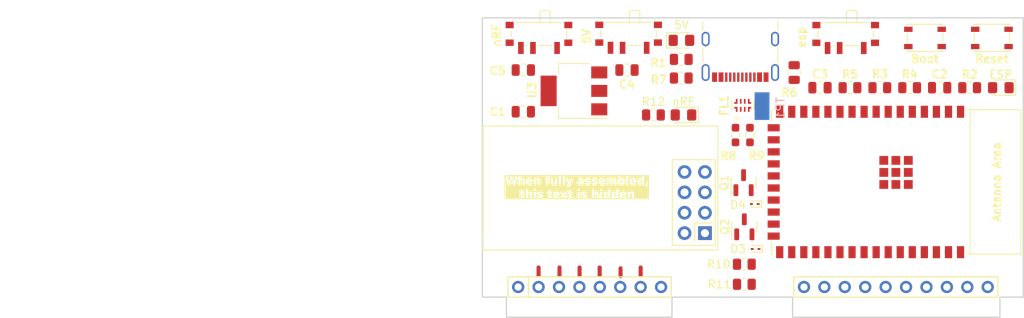
<source format=kicad_pcb>
(kicad_pcb (version 20221018) (generator pcbnew)
  (title_block (title "Bald Flip-Fi24") (rev "1") (company "baldengineer.com"))
  (layers (0 "F.Cu" signal) (1 "In1.Cu" signal) (2 "In2.Cu" signal) (31 "B.Cu" signal) (34 "B.Paste" user) (35 "F.Paste" user) (36 "B.SilkS" user "B.Silkscreen") (37 "F.SilkS" user "F.Silkscreen") (38 "B.Mask" user) (39 "F.Mask" user) (44 "Edge.Cuts" user))
  (net 0 "")
  (net 1 "+5V")
  (net 2 "GND")
  (net 3 "+3V3")
  (net 4 "Net-(D1-A)")
  (net 5 "Net-(D2-A)")
  (net 6 "/Flip_5V")
  (net 7 "/A7")
  (net 8 "/A6")
  (net 9 "/A4")
  (net 10 "/B3")
  (net 11 "/B2")
  (net 12 "/C3")
  (net 13 "/SWC")
  (net 14 "/SIO")
  (net 15 "/En_ESP")
  (net 16 "/ESP_EN")
  (net 17 "/C1")
  (net 18 "/C0")
  (net 19 "/1W")
  (net 20 "/Flip_3v3")
  (net 30 "/FLP_GPIO_0")
  (net 31 "/MOSI")
  (net 32 "/MISO")
  (net 33 "/SCK")
  (net 39 "Net-(J2-CC1)")
  (net 40 "Net-(U1-USB_D+{slash}ADC2_CH9{slash}GPIO20)")
  (net 53 "/CS")
  (net 54 "Net-(FL1-ID)")
  (net 57 "Net-(U1-USB_D-{slash}ADC2_CH8{slash}GPIO19)")
  (net 58 "Net-(J2-CC2)")
  (net 59 "/GPIO_0")
  (net 60 "/usb_d+")
  (net 61 "/usb_d-")
  (net 65 "/Flip_TX")
  (net 66 "/Flip_RX")
  (net 67 "/VBUS")
  (net 68 "/esp_d-")
  (net 69 "/esp_d+")
  (net 72 "/esp_VCC")
  (net 73 "/nRF_VCC")
  (net 74 "Net-(Q1-G)")
  (net 75 "Net-(Q2-G)")
  (net 76 "Net-(D5-A)")
  (net 77 "/EN_24")
  (footprint "Package_TO_SOT_SMD:SOT-23" (layer "F.Cu") (at 148.7 113.5375 90)
    (fp_text reference "Q1" (at 0 -2.4 90) (layer "F.SilkS"))
    (fp_text value "DMN2058U")
    (fp_line (start 0 -1.56) (end -1.675 -1.56) (stroke (width 0.12)) (layer "F.SilkS"))
    (fp_line (start 0 -1.56) (end 0.65 -1.56) (stroke (width 0.12)) (layer "F.SilkS"))
    (fp_line (start 0 1.56) (end -0.65 1.56) (stroke (width 0.12)) (layer "F.SilkS"))
    (fp_line (start 0 1.56) (end 0.65 1.56) (stroke (width 0.12)) (layer "F.SilkS"))
    (pad "1" smd roundrect (at -0.9375 -0.95 90) (size 1.475 0.6) (layers "F.Cu" "F.Paste" "F.Mask") (net 74 "Net-(Q1-G)"))
    (pad "2" smd roundrect (at -0.9375 0.95 90) (size 1.475 0.6) (layers "F.Cu" "F.Paste" "F.Mask") (net 30 "/FLP_GPIO_0"))
    (pad "3" smd roundrect (at 0.9375 0 90) (size 1.475 0.6) (layers "F.Cu" "F.Paste" "F.Mask") (net 15 "/En_ESP"))
  )
  (footprint "ECMF02_4CMX8:FIL_ECMF02-4CMX8" (layer "F.Cu") (at 148.5975 103.9 90)
    (fp_text reference "FL1" (at 0 -2.2975 90) (layer "F.SilkS") (effects (font (thickness 0.2))))
    (fp_text value "ECMF02-4CMX8")
    (fp_line (start -0.6 -1.37) (end 0.6 -1.37) (stroke (width 0.127)) (layer "F.SilkS"))
    (fp_line (start 0.6 1.37) (end -0.6 1.37) (stroke (width 0.127)) (layer "F.SilkS"))
    (fp_circle (center -1.55 -0.75) (end -1.45 -0.75) (stroke (width 0.2)) (fill none) (layer "F.SilkS"))
    (pad "1" smd custom (at -0.5 -0.75 90) (size 0.1 0.1) (layers "F.Cu") (net 67 "/VBUS") (options (clearance outline) (anchor rect)) (primitives (gr_poly (pts (xy -0.3 0.1) (xy 0.3 0.1) (xy 0.3 -0.3) (xy 0.1 -0.3) (xy 0.1 -0.1) (xy -0.3 -0.1)) (width 0.01) (fill yes))))
    (pad "2" smd rect (at -0.5 -0.25 90) (size 0.6 0.2) (layers "F.Cu" "F.Paste" "F.Mask") (net 69 "/esp_d+"))
    (pad "3" smd rect (at -0.5 0.25 90) (size 0.6 0.2) (layers "F.Cu" "F.Paste" "F.Mask") (net 68 "/esp_d-"))
    (pad "4" smd custom (at -0.5 0.75 90) (size 0.1 0.1) (layers "F.Cu") (net 54 "Net-(FL1-ID)") (options (clearance outline) (anchor rect)) (primitives (gr_poly (pts (xy -0.3 -0.1) (xy 0.3 -0.1) (xy 0.3 0.3) (xy 0.1 0.3) (xy 0.1 0.1) (xy -0.3 0.1)) (width 0.01) (fill yes))))
    (pad "5" smd custom (at 0.5 0.75 90) (size 0.1 0.1) (layers "F.Cu") (net 2 "GND") (options (clearance outline) (anchor rect)) (primitives (gr_poly (pts (xy -0.3 -0.1) (xy -0.3 0.3) (xy -0.1 0.3) (xy -0.1 0.1) (xy 0.3 0.1) (xy 0.3 -0.1)) (width 0.01) (fill yes))))
    (pad "6" smd rect (at 0.5 0.25 90) (size 0.6 0.2) (layers "F.Cu" "F.Paste" "F.Mask") (net 61 "/usb_d-"))
    (pad "7" smd rect (at 0.5 -0.25 90) (size 0.6 0.2) (layers "F.Cu" "F.Paste" "F.Mask") (net 60 "/usb_d+"))
    (pad "8" smd custom (at 0.5 -0.75 90) (size 0.1 0.1) (layers "F.Cu") (net 2 "GND") (options (clearance outline) (anchor rect)) (primitives (gr_poly (pts (xy -0.3 -0.3) (xy -0.3 0.1) (xy 0.3 0.1) (xy 0.3 -0.1) (xy -0.1 -0.1) (xy -0.1 -0.3)) (width 0.01) (fill yes))))
  )
  (footprint "My Libraries:FlipperZero" (layer "F.Cu") (at 147.33 126.54)
    (fp_text reference "J1" hide)
    (fp_text value "Flipper Header")
    (fp_line (start -27.94 -1.27) (end -27.94 1.27) (stroke (width 0.15)) (layer "F.SilkS"))
    (fp_line (start -27.94 1.27) (end -7.62 1.27) (stroke (width 0.15)) (layer "F.SilkS"))
    (fp_line (start -25.4 1.27) (end -25.4 -1.27) (stroke (width 0.15)) (layer "F.SilkS"))
    (fp_line (start -7.62 -1.27) (end -27.94 -1.27) (stroke (width 0.15)) (layer "F.SilkS"))
    (fp_line (start -7.62 1.27) (end -7.62 -1.27) (stroke (width 0.15)) (layer "F.SilkS"))
    (fp_line (start 7.62 -1.27) (end 7.62 1.27) (stroke (width 0.15)) (layer "F.SilkS"))
    (fp_line (start 7.62 1.27) (end 33.02 1.27) (stroke (width 0.15)) (layer "F.SilkS"))
    (fp_line (start 33.02 -1.27) (end 7.62 -1.27) (stroke (width 0.15)) (layer "F.SilkS"))
    (fp_line (start 33.02 1.27) (end 33.02 -1.27) (stroke (width 0.15)) (layer "F.SilkS"))
    (pad "1" thru_hole circle (at -26.67 0 270) (size 1.524 1.524) (drill 0.9) (layers "*.Cu" "*.Mask") (net 6 "/Flip_5V"))
    (pad "2" thru_hole circle (at -24.13 0 270) (size 1.524 1.524) (drill 0.9) (layers "*.Cu" "*.Mask") (net 7 "/A7"))
    (pad "3" thru_hole circle (at -21.59 0 270) (size 1.524 1.524) (drill 0.9) (layers "*.Cu" "*.Mask") (net 8 "/A6"))
    (pad "4" thru_hole circle (at -19.05 0 270) (size 1.524 1.524) (drill 0.9) (layers "*.Cu" "*.Mask") (net 9 "/A4"))
    (pad "5" thru_hole circle (at -16.51 0 270) (size 1.524 1.524) (drill 0.9) (layers "*.Cu" "*.Mask") (net 10 "/B3"))
    (pad "6" thru_hole circle (at -13.97 0 270) (size 1.524 1.524) (drill 0.9) (layers "*.Cu" "*.Mask") (net 11 "/B2"))
    (pad "7" thru_hole circle (at -11.43 0 270) (size 1.524 1.524) (drill 0.9) (layers "*.Cu" "*.Mask") (net 12 "/C3"))
    (pad "8" thru_hole circle (at -8.89 0 270) (size 1.524 1.524) (drill 0.9) (layers "*.Cu" "*.Mask") (net 2 "GND"))
    (pad "9" thru_hole circle (at 8.89 0 270) (size 1.524 1.524) (drill 0.9) (layers "*.Cu" "*.Mask") (net 20 "/Flip_3v3"))
    (pad "10" thru_hole circle (at 11.43 0 270) (size 1.524 1.524) (drill 0.9) (layers "*.Cu" "*.Mask") (net 13 "/SWC"))
    (pad "11" thru_hole circle (at 13.97 0 270) (size 1.524 1.524) (drill 0.9) (layers "*.Cu" "*.Mask") (net 2 "GND"))
    (pad "12" thru_hole circle (at 16.51 0 270) (size 1.524 1.524) (drill 0.9) (layers "*.Cu" "*.Mask") (net 14 "/SIO"))
    (pad "13" thru_hole circle (at 19.05 0 270) (size 1.524 1.524) (drill 0.9) (layers "*.Cu" "*.Mask") (net 65 "/Flip_TX"))
    (pad "14" thru_hole circle (at 21.59 0 270) (size 1.524 1.524) (drill 0.9) (layers "*.Cu" "*.Mask") (net 66 "/Flip_RX"))
    (pad "15" thru_hole circle (at 24.13 0 270) (size 1.524 1.524) (drill 0.9) (layers "*.Cu" "*.Mask") (net 17 "/C1"))
    (pad "16" thru_hole circle (at 26.67 0 270) (size 1.524 1.524) (drill 0.9) (layers "*.Cu" "*.Mask") (net 18 "/C0"))
    (pad "17" thru_hole circle (at 29.21 0 270) (size 1.524 1.524) (drill 0.9) (layers "*.Cu" "*.Mask") (net 19 "/1W"))
    (pad "18" thru_hole circle (at 31.75 0 270) (size 1.524 1.524) (drill 0.9) (layers "*.Cu" "*.Mask") (net 2 "GND"))
  )
  (footprint "NetTie:NetTie-2_SMD_Pad0.5mm" (layer "F.Cu") (at 135.9 124.6 -90)
    (fp_text reference "NT2" hide)
    (fp_text value "NetTie_2" hide)
    (fp_poly (pts (xy -0.5 -0.25) (xy 0.5 -0.25) (xy 0.5 0.25) (xy -0.5 0.25)) (fill solid) (layer "F.Cu"))
    (pad "1" smd circle (at -0.5 0 270) (size 0.5 0.5) (layers "F.Cu") (net 16 "/ESP_EN"))
    (pad "2" smd circle (at 0.5 0 270) (size 0.5 0.5) (layers "F.Cu") (net 12 "/C3"))
  )
  (footprint "LED_SMD:LED_0805_2012Metric_Pad1.15x1.40mm_HandSolder" (layer "F.Cu") (at 141.225 105.1 180)
    (fp_text reference "D5" hide)
    (fp_text value "nRF" (at 0 1.65) (layer "F.SilkS"))
    (fp_line (start -1.86 -0.96) (end -1.86 0.96) (stroke (width 0.12)) (layer "F.SilkS"))
    (fp_line (start -1.86 0.96) (end 1 0.96) (stroke (width 0.12)) (layer "F.SilkS"))
    (fp_line (start 1 -0.96) (end -1.86 -0.96) (stroke (width 0.12)) (layer "F.SilkS"))
    (pad "1" smd roundrect (at -1.025 0 180) (size 1.15 1.4) (layers "F.Cu" "F.Paste" "F.Mask") (roundrect_rratio 0.217391) (net 2 "GND"))
    (pad "2" smd roundrect (at 1.025 0 180) (size 1.15 1.4) (layers "F.Cu" "F.Paste" "F.Mask") (roundrect_rratio 0.217391) (net 76 "Net-(D5-A)"))
  )
  (footprint "NetTie:NetTie-2_SMD_Pad0.5mm" (layer "F.Cu") (at 125.8 124.6 -90)
    (fp_text reference "NT4" hide)
    (fp_text value "NetTie_2" hide)
    (fp_poly (pts (xy -0.5 -0.25) (xy 0.5 -0.25) (xy 0.5 0.25) (xy -0.5 0.25)) (fill solid) (layer "F.Cu"))
    (pad "1" smd circle (at -0.5 0 270) (size 0.5 0.5) (layers "F.Cu") (net 32 "/MISO"))
    (pad "2" smd circle (at 0.5 0 270) (size 0.5 0.5) (layers "F.Cu") (net 8 "/A6"))
  )
  (footprint "Button_Switch_SMD:SW_SPDT_PCM12" (layer "F.Cu") (at 161.41 95.33 180)
    (fp_text reference "SW5" hide)
    (fp_text value "esp" (at 5.51 -0.07 90) (layer "F.SilkS") (effects (font (thickness 0.2))))
    (fp_line (start -3.45 -0.07) (end -3.45 0.72) (stroke (width 0.12)) (layer "F.SilkS"))
    (fp_line (start -2.85 1.73) (end 2.85 1.73) (stroke (width 0.12)) (layer "F.SilkS"))
    (fp_line (start -1.6 -1.12) (end 0.1 -1.12) (stroke (width 0.12)) (layer "F.SilkS"))
    (fp_line (start -1.4 1.73) (end -1.4 3.02) (stroke (width 0.12)) (layer "F.SilkS"))
    (fp_line (start -1.4 3.02) (end -1.2 3.23) (stroke (width 0.12)) (layer "F.SilkS"))
    (fp_line (start -1.2 3.23) (end -0.3 3.23) (stroke (width 0.12)) (layer "F.SilkS"))
    (fp_line (start -0.1 3.02) (end -0.3 3.23) (stroke (width 0.12)) (layer "F.SilkS"))
    (fp_line (start -0.1 3.02) (end -0.1 1.73) (stroke (width 0.12)) (layer "F.SilkS"))
    (fp_line (start 1.4 -1.12) (end 1.6 -1.12) (stroke (width 0.12)) (layer "F.SilkS"))
    (fp_line (start 3.45 0.72) (end 3.45 -0.07) (stroke (width 0.12)) (layer "F.SilkS"))
    (pad "" smd rect (at -3.65 -0.78 180) (size 1 0.8) (layers "F.Cu" "F.Paste" "F.Mask"))
    (pad "" smd rect (at -3.65 1.43 180) (size 1 0.8) (layers "F.Cu" "F.Paste" "F.Mask"))
    (pad "" np_thru_hole circle (at -1.5 0.33 180) (size 0.9 0.9) (drill 0.9) (layers "*.Cu" "*.Mask"))
    (pad "" np_thru_hole circle (at 1.5 0.33 180) (size 0.9 0.9) (drill 0.9) (layers "*.Cu" "*.Mask"))
    (pad "" smd rect (at 3.65 -0.78 180) (size 1 0.8) (layers "F.Cu" "F.Paste" "F.Mask"))
    (pad "" smd rect (at 3.65 1.43 180) (size 1 0.8) (layers "F.Cu" "F.Paste" "F.Mask"))
    (pad "1" smd rect (at -2.25 -1.43 180) (size 0.7 1.5) (layers "F.Cu" "F.Paste" "F.Mask") (net 3 "+3V3"))
    (pad "2" smd rect (at 0.75 -1.43 180) (size 0.7 1.5) (layers "F.Cu" "F.Paste" "F.Mask") (net 72 "/esp_VCC"))
    (pad "3" smd rect (at 2.25 -1.43 180) (size 0.7 1.5) (layers "F.Cu" "F.Paste" "F.Mask"))
  )
  (footprint "NetTie:NetTie-2_SMD_Pad0.5mm" (layer "F.Cu") (at 123.2 124.6 -90)
    (fp_text reference "NT3" hide)
    (fp_text value "NetTie_2" hide)
    (fp_poly (pts (xy -0.5 -0.25) (xy 0.5 -0.25) (xy 0.5 0.25) (xy -0.5 0.25)) (fill solid) (layer "F.Cu"))
    (pad "1" smd circle (at -0.5 0 270) (size 0.5 0.5) (layers "F.Cu") (net 31 "/MOSI"))
    (pad "2" smd circle (at 0.5 0 270) (size 0.5 0.5) (layers "F.Cu") (net 7 "/A7"))
  )
  (footprint "Resistor_SMD:R_0805_2012Metric" (layer "F.Cu") (at 176.831666 101.7)
    (fp_text reference "R2" (at 0 -1.65) (layer "F.SilkS") (effects (font (thickness 0.2))))
    (fp_text value "4k7")
    (fp_line (start -0.227064 -0.735) (end 0.227064 -0.735) (stroke (width 0.12)) (layer "F.SilkS"))
    (fp_line (start -0.227064 0.735) (end 0.227064 0.735) (stroke (width 0.12)) (layer "F.SilkS"))
    (pad "1" smd roundrect (at -0.9125 0) (size 1.025 1.4) (layers "F.Cu" "F.Paste" "F.Mask") (roundrect_rratio 0.243902439) (net 72 "/esp_VCC"))
    (pad "2" smd roundrect (at 0.9125 0) (size 1.025 1.4) (layers "F.Cu" "F.Paste" "F.Mask") (roundrect_rratio 0.243902439) (net 5 "Net-(D2-A)"))
  )
  (footprint "Capacitor_SMD:C_0805_2012Metric" (layer "F.Cu") (at 121.3 104.7 180)
    (fp_text reference "C1" (at 3.2 0) (layer "F.SilkS") (effects (font (thickness 0.2))))
    (fp_text value "10u")
    (fp_line (start -0.261252 -0.735) (end 0.261252 -0.735) (stroke (width 0.12)) (layer "F.SilkS"))
    (fp_line (start -0.261252 0.735) (end 0.261252 0.735) (stroke (width 0.12)) (layer "F.SilkS"))
    (pad "1" smd roundrect (at -0.95 0 180) (size 1 1.45) (layers "F.Cu" "F.Paste" "F.Mask") (net 3 "+3V3"))
    (pad "2" smd roundrect (at 0.95 0 180) (size 1 1.45) (layers "F.Cu" "F.Paste" "F.Mask") (net 2 "GND"))
  )
  (footprint "LED_SMD:LED_0805_2012Metric_Pad1.15x1.40mm_HandSolder" (layer "F.Cu") (at 140.975 95.8)
    (fp_text reference "D1" hide)
    (fp_text value "5V" (at 0 -1.9) (layer "F.SilkS"))
    (fp_line (start -1.86 -0.96) (end -1.86 0.96) (stroke (width 0.12)) (layer "F.SilkS"))
    (fp_line (start -1.86 0.96) (end 1 0.96) (stroke (width 0.12)) (layer "F.SilkS"))
    (fp_line (start 1 -0.96) (end -1.86 -0.96) (stroke (width 0.12)) (layer "F.SilkS"))
    (pad "1" smd roundrect (at -1.025 0) (size 1.15 1.4) (layers "F.Cu" "F.Paste" "F.Mask") (roundrect_rratio 0.217391) (net 2 "GND"))
    (pad "2" smd roundrect (at 1.025 0) (size 1.15 1.4) (layers "F.Cu" "F.Paste" "F.Mask") (roundrect_rratio 0.217391) (net 4 "Net-(D1-A)"))
  )
  (footprint "Resistor_SMD:R_0805_2012Metric" (layer "F.Cu") (at 140.9525 98.1725 180)
    (fp_text reference "R1" (at 2.8525 -0.4275) (layer "F.SilkS") (effects (font (thickness 0.2))))
    (fp_text value "4k7")
    (fp_line (start -0.227064 -0.735) (end 0.227064 -0.735) (stroke (width 0.12)) (layer "F.SilkS"))
    (fp_line (start -0.227064 0.735) (end 0.227064 0.735) (stroke (width 0.12)) (layer "F.SilkS"))
    (pad "1" smd roundrect (at -0.9125 0 180) (size 1.025 1.4) (layers "F.Cu" "F.Paste" "F.Mask") (roundrect_rratio 0.243902439) (net 1 "+5V"))
    (pad "2" smd roundrect (at 0.9125 0 180) (size 1.025 1.4) (layers "F.Cu" "F.Paste" "F.Mask") (roundrect_rratio 0.243902439) (net 4 "Net-(D1-A)"))
  )
  (footprint "Resistor_SMD:R_0805_2012Metric" (layer "F.Cu") (at 155 99.8125 90)
    (fp_text reference "R6" (at -2.4875 -0.6 180) (layer "F.SilkS") (effects (font (thickness 0.2))))
    (fp_text value "5k1")
    (fp_line (start -0.227064 -0.735) (end 0.227064 -0.735) (stroke (width 0.12)) (layer "F.SilkS"))
    (fp_line (start -0.227064 0.735) (end 0.227064 0.735) (stroke (width 0.12)) (layer "F.SilkS"))
    (pad "1" smd roundrect (at -0.9125 0 90) (size 1.025 1.4) (layers "F.Cu" "F.Paste" "F.Mask") (roundrect_rratio 0.243902439) (net 39 "Net-(J2-CC1)"))
    (pad "2" smd roundrect (at 0.9125 0 90) (size 1.025 1.4) (layers "F.Cu" "F.Paste" "F.Mask") (roundrect_rratio 0.243902439) (net 2 "GND"))
  )
  (footprint "Resistor_SMD:R_0805_2012Metric" (layer "F.Cu") (at 140.9525 100.5 180)
    (fp_text reference "R7" (at 2.8 -0.2) (layer "F.SilkS") (effects (font (thickness 0.2))))
    (fp_text value "5k1")
    (fp_line (start -0.227064 -0.735) (end 0.227064 -0.735) (stroke (width 0.12)) (layer "F.SilkS"))
    (fp_line (start -0.227064 0.735) (end 0.227064 0.735) (stroke (width 0.12)) (layer "F.SilkS"))
    (pad "1" smd roundrect (at -0.9125 0 180) (size 1.025 1.4) (layers "F.Cu" "F.Paste" "F.Mask") (roundrect_rratio 0.243902439) (net 58 "Net-(J2-CC2)"))
    (pad "2" smd roundrect (at 0.9125 0 180) (size 1.025 1.4) (layers "F.Cu" "F.Paste" "F.Mask") (roundrect_rratio 0.243902439) (net 2 "GND"))
  )
  (footprint "NetTie:NetTie-2_SMD_Pad0.5mm" (layer "F.Cu") (at 133.4 124.7 -90)
    (fp_text reference "NT1" hide)
    (fp_text value "NetTie_2" hide)
    (fp_poly (pts (xy -0.5 -0.25) (xy 0.5 -0.25) (xy 0.5 0.25) (xy -0.5 0.25)) (fill solid) (layer "F.Cu"))
    (pad "1" smd circle (at -0.5 0 270) (size 0.5 0.5) (layers "F.Cu") (net 30 "/FLP_GPIO_0"))
    (pad "2" smd circle (at 0.5 0 270) (size 0.5 0.5) (layers "F.Cu") (net 11 "/B2"))
  )
  (footprint "Resistor_SMD:R_0805_2012Metric" (layer "F.Cu") (at 148.8 123.7)
    (fp_text reference "R10" (at -3.2 0) (layer "F.SilkS"))
    (fp_text value "150")
    (fp_line (start -0.227064 -0.735) (end 0.227064 -0.735) (stroke (width 0.12)) (layer "F.SilkS"))
    (fp_line (start -0.227064 0.735) (end 0.227064 0.735) (stroke (width 0.12)) (layer "F.SilkS"))
    (pad "1" smd roundrect (at -0.9125 0) (size 1.025 1.4) (layers "F.Cu" "F.Paste" "F.Mask") (roundrect_rratio 0.243902) (net 74 "Net-(Q1-G)"))
    (pad "2" smd roundrect (at 0.9125 0) (size 1.025 1.4) (layers "F.Cu" "F.Paste" "F.Mask") (roundrect_rratio 0.243902) (net 16 "/ESP_EN"))
  )
  (footprint "Button_Switch_SMD:SW_SPST_PTS810" (layer "F.Cu") (at 179.6 95.5)
    (fp_text reference "SW4" hide)
    (fp_text value "Reset" (at 0 2.6) (layer "F.SilkS") (effects (font (thickness 0.2))))
    (fp_line (start -2.2 -1.7) (end -2.2 -1.58) (stroke (width 0.12)) (layer "F.SilkS"))
    (fp_line (start -2.2 -0.57) (end -2.2 0.57) (stroke (width 0.12)) (layer "F.SilkS"))
    (fp_line (start -2.2 1.58) (end -2.2 1.7) (stroke (width 0.12)) (layer "F.SilkS"))
    (fp_line (start -2.2 1.7) (end 2.2 1.7) (stroke (width 0.12)) (layer "F.SilkS"))
    (fp_line (start 2.2 -1.7) (end -2.2 -1.7) (stroke (width 0.12)) (layer "F.SilkS"))
    (fp_line (start 2.2 -1.58) (end 2.2 -1.7) (stroke (width 0.12)) (layer "F.SilkS"))
    (fp_line (start 2.2 0.57) (end 2.2 -0.57) (stroke (width 0.12)) (layer "F.SilkS"))
    (fp_line (start 2.2 1.7) (end 2.2 1.58) (stroke (width 0.12)) (layer "F.SilkS"))
    (pad "1" smd rect (at -2.075 -1.075) (size 1.05 0.65) (layers "F.Cu" "F.Paste" "F.Mask") (net 15 "/En_ESP"))
    (pad "1" smd rect (at 2.075 -1.075) (size 1.05 0.65) (layers "F.Cu" "F.Paste" "F.Mask") (net 15 "/En_ESP"))
    (pad "2" smd rect (at -2.075 1.075) (size 1.05 0.65) (layers "F.Cu" "F.Paste" "F.Mask") (net 2 "GND"))
    (pad "2" smd rect (at 2.075 1.075) (size 1.05 0.65) (layers "F.Cu" "F.Paste" "F.Mask") (net 2 "GND"))
  )
  (footprint "Resistor_SMD:R_0805_2012Metric" (layer "F.Cu") (at 137.4875 105.1)
    (fp_text reference "R12" (at 0 -1.65) (layer "F.SilkS"))
    (fp_text value "4k7")
    (fp_line (start -0.227064 -0.735) (end 0.227064 -0.735) (stroke (width 0.12)) (layer "F.SilkS"))
    (fp_line (start -0.227064 0.735) (end 0.227064 0.735) (stroke (width 0.12)) (layer "F.SilkS"))
    (pad "1" smd roundrect (at -0.9125 0) (size 1.025 1.4) (layers "F.Cu" "F.Paste" "F.Mask") (roundrect_rratio 0.243902) (net 73 "/nRF_VCC"))
    (pad "2" smd roundrect (at 0.9125 0) (size 1.025 1.4) (layers "F.Cu" "F.Paste" "F.Mask") (roundrect_rratio 0.243902) (net 76 "Net-(D5-A)"))
  )
  (footprint "Resistor_SMD:R_0805_2012Metric" (layer "F.Cu") (at 148.8 126.2)
    (fp_text reference "R11" (at -3.1 0) (layer "F.SilkS"))
    (fp_text value "150")
    (fp_line (start -0.227064 -0.735) (end 0.227064 -0.735) (stroke (width 0.12)) (layer "F.SilkS"))
    (fp_line (start -0.227064 0.735) (end 0.227064 0.735) (stroke (width 0.12)) (layer "F.SilkS"))
    (pad "1" smd roundrect (at -0.9125 0) (size 1.025 1.4) (layers "F.Cu" "F.Paste" "F.Mask") (roundrect_rratio 0.243902) (net 75 "Net-(Q2-G)"))
    (pad "2" smd roundrect (at 0.9125 0) (size 1.025 1.4) (layers "F.Cu" "F.Paste" "F.Mask") (roundrect_rratio 0.243902) (net 30 "/FLP_GPIO_0"))
  )
  (footprint "Package_TO_SOT_SMD:SOT-23" (layer "F.Cu") (at 148.8 119.0375 90)
    (fp_text reference "Q2" (at 0 -2.4 90) (layer "F.SilkS"))
    (fp_text value "DMN2058U")
    (fp_line (start 0 -1.56) (end -1.675 -1.56) (stroke (width 0.12)) (layer "F.SilkS"))
    (fp_line (start 0 -1.56) (end 0.65 -1.56) (stroke (width 0.12)) (layer "F.SilkS"))
    (fp_line (start 0 1.56) (end -0.65 1.56) (stroke (width 0.12)) (layer "F.SilkS"))
    (fp_line (start 0 1.56) (end 0.65 1.56) (stroke (width 0.12)) (layer "F.SilkS"))
    (pad "1" smd roundrect (at -0.9375 -0.95 90) (size 1.475 0.6) (layers "F.Cu" "F.Paste" "F.Mask") (net 75 "Net-(Q2-G)"))
    (pad "2" smd roundrect (at -0.9375 0.95 90) (size 1.475 0.6) (layers "F.Cu" "F.Paste" "F.Mask") (net 16 "/ESP_EN"))
    (pad "3" smd roundrect (at 0.9375 0 90) (size 1.475 0.6) (layers "F.Cu" "F.Paste" "F.Mask") (net 59 "/GPIO_0"))
  )
  (footprint "NetTie:NetTie-2_SMD_Pad0.5mm" (layer "F.Cu") (at 130.8 124.6 -90)
    (fp_text reference "NT6" hide)
    (fp_text value "NetTie_2" hide)
    (fp_poly (pts (xy -0.5 -0.25) (xy 0.5 -0.25) (xy 0.5 0.25) (xy -0.5 0.25)) (fill solid) (layer "F.Cu"))
    (pad "1" smd circle (at -0.5 0 270) (size 0.5 0.5) (layers "F.Cu") (net 53 "/CS"))
    (pad "2" smd circle (at 0.5 0 270) (size 0.5 0.5) (layers "F.Cu") (net 10 "/B3"))
  )
  (footprint "Capacitor_SMD:C_0805_2012Metric" (layer "F.Cu") (at 158.213336 101.7 180)
    (fp_text reference "C3" (at 0.013336 1.7) (layer "F.SilkS") (effects (font (thickness 0.2))))
    (fp_text value "1u")
    (fp_line (start -0.261252 -0.735) (end 0.261252 -0.735) (stroke (width 0.12)) (layer "F.SilkS"))
    (fp_line (start -0.261252 0.735) (end 0.261252 0.735) (stroke (width 0.12)) (layer "F.SilkS"))
    (pad "1" smd roundrect (at -0.95 0 180) (size 1 1.45) (layers "F.Cu" "F.Paste" "F.Mask") (net 15 "/En_ESP"))
    (pad "2" smd roundrect (at 0.95 0 180) (size 1 1.45) (layers "F.Cu" "F.Paste" "F.Mask") (net 2 "GND"))
  )
  (footprint "Capacitor_SMD:C_0805_2012Metric" (layer "F.Cu") (at 134.2 99.5)
    (fp_text reference "C4" (at 0 1.8) (layer "F.SilkS") (effects (font (thickness 0.2))))
    (fp_text value "10u")
    (fp_line (start -0.261252 -0.735) (end 0.261252 -0.735) (stroke (width 0.12)) (layer "F.SilkS"))
    (fp_line (start -0.261252 0.735) (end 0.261252 0.735) (stroke (width 0.12)) (layer "F.SilkS"))
    (pad "1" smd roundrect (at -0.95 0) (size 1 1.45) (layers "F.Cu" "F.Paste" "F.Mask") (net 1 "+5V"))
    (pad "2" smd roundrect (at 0.95 0) (size 1 1.45) (layers "F.Cu" "F.Paste" "F.Mask") (net 2 "GND"))
  )
  (footprint "LED_SMD:LED_0805_2012Metric_Pad1.15x1.40mm_HandSolder" (layer "F.Cu") (at 180.713336 101.7 180)
    (fp_text reference "D2" hide)
    (fp_text value "ESP" (at 0 1.65 180) (layer "F.SilkS"))
    (fp_line (start -1.86 -0.96) (end -1.86 0.96) (stroke (width 0.12)) (layer "F.SilkS"))
    (fp_line (start -1.86 0.96) (end 1 0.96) (stroke (width 0.12)) (layer "F.SilkS"))
    (fp_line (start 1 -0.96) (end -1.86 -0.96) (stroke (width 0.12)) (layer "F.SilkS"))
    (pad "1" smd roundrect (at -1.025 0 180) (size 1.15 1.4) (layers "F.Cu" "F.Paste" "F.Mask") (roundrect_rratio 0.217391) (net 2 "GND"))
    (pad "2" smd roundrect (at 1.025 0 180) (size 1.15 1.4) (layers "F.Cu" "F.Paste" "F.Mask") (roundrect_rratio 0.217391) (net 5 "Net-(D2-A)"))
  )
  (footprint "Connector_USB:USB_C_Receptacle_GCT_USB4105-xx-A_16P_TopMnt_Horizontal" (layer "F.Cu") (at 148.3 96.71 180)
    (fp_text reference "J2" hide)
    (fp_text value "USB4105-GF-A")
    (fp_line (start -4.67 0) (end -4.67 -1.8) (stroke (width 0.12)) (layer "F.SilkS"))
    (fp_line (start -4.67 2.1) (end -4.67 3.25) (stroke (width 0.12)) (layer "F.SilkS"))
    (fp_line (start 4.67 0) (end 4.67 -1.8) (stroke (width 0.12)) (layer "F.SilkS"))
    (fp_line (start 4.67 2.1) (end 4.67 3.25) (stroke (width 0.12)) (layer "F.SilkS"))
    (pad "" np_thru_hole circle (at -2.89 -2.605 180) (size 0.65 0.65) (drill 0.65) (layers "F&B.Cu" "*.Mask"))
    (pad "" np_thru_hole circle (at 2.89 -2.605 180) (size 0.65 0.65) (drill 0.65) (layers "F&B.Cu" "*.Mask"))
    (pad "A1" smd rect (at -3.2 -3.68 180) (size 0.6 1.15) (layers "F.Cu" "F.Paste" "F.Mask") (net 2 "GND"))
    (pad "A4" smd rect (at -2.4 -3.68 180) (size 0.6 1.15) (layers "F.Cu" "F.Paste" "F.Mask") (net 67 "/VBUS"))
    (pad "A5" smd rect (at -1.25 -3.68 180) (size 0.3 1.15) (layers "F.Cu" "F.Paste" "F.Mask") (net 39 "Net-(J2-CC1)"))
    (pad "A6" smd rect (at -0.25 -3.68 180) (size 0.3 1.15) (layers "F.Cu" "F.Paste" "F.Mask") (net 60 "/usb_d+"))
    (pad "A7" smd rect (at 0.25 -3.68 180) (size 0.3 1.15) (layers "F.Cu" "F.Paste" "F.Mask") (net 61 "/usb_d-"))
    (pad "A8" smd rect (at 1.25 -3.68 180) (size 0.3 1.15) (layers "F.Cu" "F.Paste" "F.Mask"))
    (pad "A9" smd rect (at 2.4 -3.68 180) (size 0.6 1.15) (layers "F.Cu" "F.Paste" "F.Mask") (net 67 "/VBUS"))
    (pad "A12" smd rect (at 3.2 -3.68 180) (size 0.6 1.15) (layers "F.Cu" "F.Paste" "F.Mask") (net 2 "GND"))
    (pad "B1" smd rect (at 3.2 -3.68 180) (size 0.6 1.15) (layers "F.Cu" "F.Paste" "F.Mask") (net 2 "GND"))
    (pad "B4" smd rect (at 2.4 -3.68 180) (size 0.6 1.15) (layers "F.Cu" "F.Paste" "F.Mask") (net 67 "/VBUS"))
    (pad "B5" smd rect (at 1.75 -3.68 180) (size 0.3 1.15) (layers "F.Cu" "F.Paste" "F.Mask") (net 58 "Net-(J2-CC2)"))
    (pad "B6" smd rect (at 0.75 -3.68 180) (size 0.3 1.15) (layers "F.Cu" "F.Paste" "F.Mask") (net 60 "/usb_d+"))
    (pad "B7" smd rect (at -0.75 -3.68 180) (size 0.3 1.15) (layers "F.Cu" "F.Paste" "F.Mask") (net 61 "/usb_d-"))
    (pad "B8" smd rect (at -1.75 -3.68 180) (size 0.3 1.15) (layers "F.Cu" "F.Paste" "F.Mask"))
    (pad "B9" smd rect (at -2.4 -3.68 180) (size 0.6 1.15) (layers "F.Cu" "F.Paste" "F.Mask") (net 67 "/VBUS"))
    (pad "B12" smd rect (at -3.2 -3.68 180) (size 0.6 1.15) (layers "F.Cu" "F.Paste" "F.Mask") (net 2 "GND"))
    (pad "S1" thru_hole oval (at -4.32 -3.105 180) (size 1 2.1) (drill oval 0.6 1.7) (layers "*.Cu" "*.Mask") (net 2 "GND"))
    (pad "S1" thru_hole oval (at -4.32 1.075 180) (size 1 1.8) (drill oval 0.6 1.4) (layers "*.Cu" "*.Mask") (net 2 "GND"))
    (pad "S1" thru_hole oval (at 4.32 -3.105 180) (size 1 2.1) (drill oval 0.6 1.7) (layers "*.Cu" "*.Mask") (net 2 "GND"))
    (pad "S1" thru_hole oval (at 4.32 1.075 180) (size 1 1.8) (drill oval 0.6 1.4) (layers "*.Cu" "*.Mask") (net 2 "GND"))
  )
  (footprint "Capacitor_SMD:C_0805_2012Metric" (layer "F.Cu") (at 121.3 99.5 180)
    (fp_text reference "C5" (at 3.2 -0.1) (layer "F.SilkS") (effects (font (thickness 0.2))))
    (fp_text value "1u")
    (fp_line (start -0.261252 -0.735) (end 0.261252 -0.735) (stroke (width 0.12)) (layer "F.SilkS"))
    (fp_line (start -0.261252 0.735) (end 0.261252 0.735) (stroke (width 0.12)) (layer "F.SilkS"))
    (pad "1" smd roundrect (at -0.95 0 180) (size 1 1.45) (layers "F.Cu" "F.Paste" "F.Mask") (net 73 "/nRF_VCC"))
    (pad "2" smd roundrect (at 0.95 0 180) (size 1 1.45) (layers "F.Cu" "F.Paste" "F.Mask") (net 2 "GND"))
  )
  (footprint "Diode_SMD:D_SOD-923" (layer "F.Cu") (at 150.2 121.8 180)
    (fp_text reference "D3" (at 2.2 0) (layer "F.SilkS"))
    (fp_text value "ESD3V3D9-TP")
    (fp_line (start -0.86 -0.4) (end -0.86 0.4) (stroke (width 0.12)) (layer "F.SilkS"))
    (fp_line (start 0.5 -0.4) (end -0.86 -0.4) (stroke (width 0.12)) (layer "F.SilkS"))
    (fp_line (start 0.5 0.4) (end -0.86 0.4) (stroke (width 0.12)) (layer "F.SilkS"))
    (pad "1" smd roundrect (at -0.42 0) (size 0.36 0.25) (layers "F.Cu" "F.Paste" "F.Mask") (net 2 "GND"))
    (pad "2" smd roundrect (at 0.42 0) (size 0.36 0.25) (layers "F.Cu" "F.Paste" "F.Mask") (net 16 "/ESP_EN"))
  )
  (footprint "RF_Module:nRF24L01_Breakout" (layer "F.Cu") (at 143.9 119.825 180)
    (fp_text reference "U2" hide)
    (fp_text value "nRF24")
    (fp_line (start -1.6 -2.1) (end -1.6 -2.1) (stroke (width 0.12)) (layer "F.SilkS"))
    (fp_line (start -1.6 -2.1) (end 27.6 -2.1) (stroke (width 0.12)) (layer "F.SilkS"))
    (fp_line (start -1.6 13.35) (end -1.6 -2.1) (stroke (width 0.12)) (layer "F.SilkS"))
    (fp_line (start -1.27 -1.524) (end -1.27 -1.524) (stroke (width 0.12)) (layer "F.SilkS"))
    (fp_line (start -1.27 -1.524) (end 4.064 -1.524) (stroke (width 0.12)) (layer "F.SilkS"))
    (fp_line (start -1.27 9.144) (end -1.27 -1.524) (stroke (width 0.12)) (layer "F.SilkS"))
    (fp_line (start -1.27 9.144) (end -1.27 9.144) (stroke (width 0.12)) (layer "F.SilkS"))
    (fp_line (start -1.016 1.27) (end -1.016 1.27) (stroke (width 0.12)) (layer "F.SilkS"))
    (fp_line (start 1.27 -1.016) (end 1.27 1.27) (stroke (width 0.12)) (layer "F.SilkS"))
    (fp_line (start 1.27 1.27) (end -1.016 1.27) (stroke (width 0.12)) (layer "F.SilkS"))
    (fp_line (start 4.064 -1.524) (end 4.064 9.144) (stroke (width 0.12)) (layer "F.SilkS"))
    (fp_line (start 4.064 9.144) (end -1.27 9.144) (stroke (width 0.12)) (layer "F.SilkS"))
    (fp_line (start 27.6 -2.1) (end 27.6 13.35) (stroke (width 0.12)) (layer "F.SilkS"))
    (fp_line (start 27.6 13.35) (end -1.6 13.35) (stroke (width 0.12)) (layer "F.SilkS"))
    (pad "1" thru_hole rect (at 0 0 180) (size 1.7 1.7) (drill 1) (layers "*.Cu" "*.Mask") (net 2 "GND"))
    (pad "2" thru_hole circle (at 2.54 0 180) (size 1.7 1.7) (drill 1) (layers "*.Cu" "*.Mask") (net 73 "/nRF_VCC"))
    (pad "3" thru_hole circle (at 0 2.54 180) (size 1.7 1.7) (drill 1) (layers "*.Cu" "*.Mask") (net 77 "/EN_24"))
    (pad "4" thru_hole circle (at 2.54 2.54 180) (size 1.7 1.7) (drill 1) (layers "*.Cu" "*.Mask") (net 53 "/CS"))
    (pad "5" thru_hole circle (at 0 5.08 180) (size 1.7 1.7) (drill 1) (layers "*.Cu" "*.Mask") (net 33 "/SCK"))
    (pad "6" thru_hole circle (at 2.54 5.08 180) (size 1.7 1.7) (drill 1) (layers "*.Cu" "*.Mask") (net 31 "/MOSI"))
    (pad "7" thru_hole circle (at 0 7.62 180) (size 1.7 1.7) (drill 1) (layers "*.Cu" "*.Mask") (net 32 "/MISO"))
    (pad "8" thru_hole circle (at 2.54 7.62 180) (size 1.7 1.7) (drill 1) (layers "*.Cu" "*.Mask"))
  )
  (footprint "Espressif:ESP32-S2-WROVER" (layer "F.Cu") (at 164.55 113.45 -90)
    (fp_text reference "U1" hide)
    (fp_text value "ESP32-S2-WROVER")
    (fp_text user "Antenna Area" (at 0 -15.65 90) (layer "F.SilkS") (effects (font (thickness 0.2))))
    (fp_line (start -9 -18.65) (end -9 -11.9) (stroke (width 0.12)) (layer "F.SilkS"))
    (fp_line (start -9 -18.65) (end 9 -18.65) (stroke (width 0.12)) (layer "F.SilkS"))
    (fp_line (start -9 12.35) (end -9 12.1) (stroke (width 0.12)) (layer "F.SilkS"))
    (fp_line (start -9 12.35) (end -7.5 12.35) (stroke (width 0.12)) (layer "F.SilkS"))
    (fp_line (start 9 -18.65) (end 9 -11.9) (stroke (width 0.12)) (layer "F.SilkS"))
    (fp_line (start 9 -12.35) (end -9 -12.35) (stroke (width 0.12)) (layer "F.SilkS"))
    (fp_line (start 9 12.35) (end 7.5 12.35) (stroke (width 0.12)) (layer "F.SilkS"))
    (fp_line (start 9 12.35) (end 9 12.1) (stroke (width 0.12)) (layer "F.SilkS"))
    (pad "1" smd rect locked (at -8.75 -11.15 270) (size 1.5 0.9) (layers "F.Cu" "F.Paste" "F.Mask") (net 2 "GND"))
    (pad "2" smd rect locked (at -8.75 -9.65 270) (size 1.5 0.9) (layers "F.Cu" "F.Paste" "F.Mask") (net 72 "/esp_VCC"))
    (pad "3" smd rect locked (at -8.75 -8.15 270) (size 1.5 0.9) (layers "F.Cu" "F.Paste" "F.Mask") (net 59 "/GPIO_0"))
    (pad "4" smd rect locked (at -8.75 -6.65 270) (size 1.5 0.9) (layers "F.Cu" "F.Paste" "F.Mask"))
    (pad "5" smd rect locked (at -8.75 -5.15 270) (size 1.5 0.9) (layers "F.Cu" "F.Paste" "F.Mask"))
    (pad "6" smd rect locked (at -8.75 -3.65 270) (size 1.5 0.9) (layers "F.Cu" "F.Paste" "F.Mask"))
    (pad "7" smd rect locked (at -8.75 -2.15 270) (size 1.5 0.9) (layers "F.Cu" "F.Paste" "F.Mask"))
    (pad "8" smd rect locked (at -8.75 -0.65 270) (size 1.5 0.9) (layers "F.Cu" "F.Paste" "F.Mask"))
    (pad "9" smd rect locked (at -8.75 0.85 270) (size 1.5 0.9) (layers "F.Cu" "F.Paste" "F.Mask"))
    (pad "10" smd rect locked (at -8.75 2.35 270) (size 1.5 0.9) (layers "F.Cu" "F.Paste" "F.Mask"))
    (pad "11" smd rect locked (at -8.75 3.85 270) (size 1.5 0.9) (layers "F.Cu" "F.Paste" "F.Mask"))
    (pad "12" smd rect locked (at -8.75 5.35 270) (size 1.5 0.9) (layers "F.Cu" "F.Paste" "F.Mask"))
    (pad "13" smd rect locked (at -8.75 6.85 270) (size 1.5 0.9) (layers "F.Cu" "F.Paste" "F.Mask") (net 53 "/CS"))
    (pad "14" smd rect locked (at -8.75 8.35 270) (size 1.5 0.9) (layers "F.Cu" "F.Paste" "F.Mask") (net 31 "/MOSI"))
    (pad "15" smd rect locked (at -8.75 9.85 270) (size 1.5 0.9) (layers "F.Cu" "F.Paste" "F.Mask") (net 33 "/SCK"))
    (pad "16" smd rect locked (at -8.75 11.35 270) (size 1.5 0.9) (layers "F.Cu" "F.Paste" "F.Mask") (net 32 "/MISO"))
    (pad "17" smd rect locked (at -6.75 12.1) (size 1.5 0.9) (layers "F.Cu" "F.Paste" "F.Mask"))
    (pad "18" smd rect locked (at -5.25 12.1) (size 1.5 0.9) (layers "F.Cu" "F.Paste" "F.Mask"))
    (pad "19" smd rect locked (at -3.75 12.1) (size 1.5 0.9) (layers "F.Cu" "F.Paste" "F.Mask"))
    (pad "20" smd rect locked (at -2.25 12.1) (size 1.5 0.9) (layers "F.Cu" "F.Paste" "F.Mask"))
    (pad "21" smd rect locked (at -0.75 12.1) (size 1.5 0.9) (layers "F.Cu" "F.Paste" "F.Mask"))
    (pad "22" smd rect locked (at 0.75 12.1) (size 1.5 0.9) (layers "F.Cu" "F.Paste" "F.Mask") (net 57 "Net-(U1-USB_D-{slash}ADC2_CH8{slash}GPIO19)"))
    (pad "23" smd rect locked (at 2.25 12.1) (size 1.5 0.9) (layers "F.Cu" "F.Paste" "F.Mask") (net 40 "Net-(U1-USB_D+{slash}ADC2_CH9{slash}GPIO20)"))
    (pad "24" smd rect locked (at 3.75 12.1) (size 1.5 0.9) (layers "F.Cu" "F.Paste" "F.Mask"))
    (pad "25" smd rect locked (at 5.25 12.1) (size 1.5 0.9) (layers "F.Cu" "F.Paste" "F.Mask"))
    (pad "26" smd rect locked (at 6.75 12.1) (size 1.5 0.9) (layers "F.Cu" "F.Paste" "F.Mask") (net 2 "GND"))
    (pad "27" smd rect locked (at 8.75 11.35 90) (size 1.5 0.9) (layers "F.Cu" "F.Paste" "F.Mask"))
    (pad "28" smd rect locked (at 8.75 9.85 90) (size 1.5 0.9) (layers "F.Cu" "F.Paste" "F.Mask"))
    (pad "29" smd rect locked (at 8.75 8.35 90) (size 1.5 0.9) (layers "F.Cu" "F.Paste" "F.Mask"))
    (pad "30" smd rect locked (at 8.75 6.85 90) (size 1.5 0.9) (layers "F.Cu" "F.Paste" "F.Mask"))
    (pad "31" smd rect locked (at 8.75 5.35 90) (size 1.5 0.9) (layers "F.Cu" "F.Paste" "F.Mask"))
    (pad "32" smd rect locked (at 8.75 3.85 90) (size 1.5 0.9) (layers "F.Cu" "F.Paste" "F.Mask"))
    (pad "33" smd rect locked (at 8.75 2.35 90) (size 1.5 0.9) (layers "F.Cu" "F.Paste" "F.Mask"))
    (pad "34" smd rect locked (at 8.75 0.85 90) (size 1.5 0.9) (layers "F.Cu" "F.Paste" "F.Mask"))
    (pad "35" smd rect locked (at 8.75 -0.65 90) (size 1.5 0.9) (layers "F.Cu" "F.Paste" "F.Mask"))
    (pad "36" smd rect locked (at 8.75 -2.15 90) (size 1.5 0.9) (layers "F.Cu" "F.Paste" "F.Mask"))
    (pad "37" smd rect locked (at 8.75 -3.65 90) (size 1.5 0.9) (layers "F.Cu" "F.Paste" "F.Mask") (net 66 "/Flip_RX"))
    (pad "38" smd rect locked (at 8.75 -5.15 90) (size 1.5 0.9) (layers "F.Cu" "F.Paste" "F.Mask") (net 65 "/Flip_TX"))
    (pad "39" smd rect locked (at 8.75 -6.65 90) (size 1.5 0.9) (layers "F.Cu" "F.Paste" "F.Mask"))
    (pad "40" smd rect locked (at 8.75 -8.15 90) (size 1.5 0.9) (layers "F.Cu" "F.Paste" "F.Mask"))
    (pad "41" smd rect locked (at 8.75 -9.65 90) (size 1.5 0.9) (layers "F.Cu" "F.Paste" "F.Mask") (net 15 "/En_ESP"))
    (pad "42" smd rect locked (at 8.75 -11.15 90) (size 1.5 0.9) (layers "F.Cu" "F.Paste" "F.Mask") (net 2 "GND"))
    (pad "43" smd rect locked (at -2.69 -4.65 90) (size 1.1 1.1) (layers "F.Cu" "F.Paste" "F.Mask") (net 2 "GND"))
    (pad "43" smd rect locked (at -2.69 -3.1 90) (size 1.1 1.1) (layers "F.Cu" "F.Paste" "F.Mask") (net 2 "GND"))
    (pad "43" smd rect locked (at -2.69 -1.6 90) (size 1.1 1.1) (layers "F.Cu" "F.Paste" "F.Mask") (net 2 "GND"))
    (pad "43" smd rect locked (at -1.19 -4.65 90) (size 1.1 1.1) (layers "F.Cu" "F.Paste" "F.Mask") (net 2 "GND"))
    (pad "43" smd rect locked (at -1.19 -3.1 90) (size 1.1 1.1) (layers "F.Cu" "F.Paste" "F.Mask") (net 2 "GND"))
    (pad "43" smd rect locked (at -1.19 -1.6 90) (size 1.1 1.1) (layers "F.Cu" "F.Paste" "F.Mask") (net 2 "GND"))
    (pad "43" smd rect locked (at 0.31 -4.65 90) (size 1.1 1.1) (layers "F.Cu" "F.Paste" "F.Mask") (net 2 "GND"))
    (pad "43" smd rect locked (at 0.31 -3.1 90) (size 1.1 1.1) (layers "F.Cu" "F.Paste" "F.Mask") (net 2 "GND"))
    (pad "43" smd rect locked (at 0.31 -1.6 90) (size 1.1 1.1) (layers "F.Cu" "F.Paste" "F.Mask") (net 2 "GND"))
  )
  (footprint "Resistor_SMD:R_0805_2012Metric" (layer "F.Cu") (at 169.368334 101.7)
    (fp_text reference "R4" (at 0 -1.65) (layer "F.SilkS") (effects (font (thickness 0.2))))
    (fp_text value "10k")
    (fp_line (start -0.227064 -0.735) (end 0.227064 -0.735) (stroke (width 0.12)) (layer "F.SilkS"))
    (fp_line (start -0.227064 0.735) (end 0.227064 0.735) (stroke (width 0.12)) (layer "F.SilkS"))
    (pad "1" smd roundrect (at -0.9125 0) (size 1.025 1.4) (layers "F.Cu" "F.Paste" "F.Mask") (roundrect_rratio 0.243902439) (net 72 "/esp_VCC"))
    (pad "2" smd roundrect (at 0.9125 0) (size 1.025 1.4) (layers "F.Cu" "F.Paste" "F.Mask") (roundrect_rratio 0.243902439) (net 59 "/GPIO_0"))
  )
  (footprint "NetTie:NetTie-2_SMD_Pad0.5mm" (layer "F.Cu") (at 128.3 124.6 -90)
    (fp_text reference "NT5" hide)
    (fp_text value "NetTie_2" hide)
    (fp_poly (pts (xy -0.5 -0.25) (xy 0.5 -0.25) (xy 0.5 0.25) (xy -0.5 0.25)) (fill solid) (layer "F.Cu"))
    (pad "1" smd circle (at -0.5 0 270) (size 0.5 0.5) (layers "F.Cu") (net 33 "/SCK"))
    (pad "2" smd circle (at 0.5 0 270) (size 0.5 0.5) (layers "F.Cu") (net 9 "/A4"))
  )
  (footprint "Diode_SMD:D_SOD-923" (layer "F.Cu") (at 150.1 116.2 180)
    (fp_text reference "D4" (at 2.1 -0.1) (layer "F.SilkS"))
    (fp_text value "ESD3V3D9-TP")
    (fp_line (start -0.86 -0.4) (end -0.86 0.4) (stroke (width 0.12)) (layer "F.SilkS"))
    (fp_line (start 0.5 -0.4) (end -0.86 -0.4) (stroke (width 0.12)) (layer "F.SilkS"))
    (fp_line (start 0.5 0.4) (end -0.86 0.4) (stroke (width 0.12)) (layer "F.SilkS"))
    (pad "1" smd roundrect (at -0.42 0) (size 0.36 0.25) (layers "F.Cu" "F.Paste" "F.Mask") (net 2 "GND"))
    (pad "2" smd roundrect (at 0.42 0) (size 0.36 0.25) (layers "F.Cu" "F.Paste" "F.Mask") (net 30 "/FLP_GPIO_0"))
  )
  (footprint "Resistor_SMD:R_0805_2012Metric" (layer "F.Cu") (at 165.656668 101.7 180)
    (fp_text reference "R3" (at 0 1.7) (layer "F.SilkS") (effects (font (thickness 0.2))))
    (fp_text value "10k")
    (fp_line (start -0.227064 -0.735) (end 0.227064 -0.735) (stroke (width 0.12)) (layer "F.SilkS"))
    (fp_line (start -0.227064 0.735) (end 0.227064 0.735) (stroke (width 0.12)) (layer "F.SilkS"))
    (pad "1" smd roundrect (at -0.9125 0 180) (size 1.025 1.4) (layers "F.Cu" "F.Paste" "F.Mask") (roundrect_rratio 0.243902439) (net 3 "+3V3"))
    (pad "2" smd roundrect (at 0.9125 0 180) (size 1.025 1.4) (layers "F.Cu" "F.Paste" "F.Mask") (roundrect_rratio 0.243902439) (net 15 "/En_ESP"))
  )
  (footprint "Button_Switch_SMD:SW_SPDT_PCM12" (layer "F.Cu") (at 134.4 95.3 180)
    (fp_text reference "SW1" hide)
    (fp_text value "5V" (at 5.2 0 90) (layer "F.SilkS") (effects (font (thickness 0.2))))
    (fp_line (start -3.45 -0.07) (end -3.45 0.72) (stroke (width 0.12)) (layer "F.SilkS"))
    (fp_line (start -2.85 1.73) (end 2.85 1.73) (stroke (width 0.12)) (layer "F.SilkS"))
    (fp_line (start -1.6 -1.12) (end 0.1 -1.12) (stroke (width 0.12)) (layer "F.SilkS"))
    (fp_line (start -1.4 1.73) (end -1.4 3.02) (stroke (width 0.12)) (layer "F.SilkS"))
    (fp_line (start -1.4 3.02) (end -1.2 3.23) (stroke (width 0.12)) (layer "F.SilkS"))
    (fp_line (start -1.2 3.23) (end -0.3 3.23) (stroke (width 0.12)) (layer "F.SilkS"))
    (fp_line (start -0.1 3.02) (end -0.3 3.23) (stroke (width 0.12)) (layer "F.SilkS"))
    (fp_line (start -0.1 3.02) (end -0.1 1.73) (stroke (width 0.12)) (layer "F.SilkS"))
    (fp_line (start 1.4 -1.12) (end 1.6 -1.12) (stroke (width 0.12)) (layer "F.SilkS"))
    (fp_line (start 3.45 0.72) (end 3.45 -0.07) (stroke (width 0.12)) (layer "F.SilkS"))
    (pad "" smd rect (at -3.65 -0.78 180) (size 1 0.8) (layers "F.Cu" "F.Paste" "F.Mask"))
    (pad "" smd rect (at -3.65 1.43 180) (size 1 0.8) (layers "F.Cu" "F.Paste" "F.Mask"))
    (pad "" np_thru_hole circle (at -1.5 0.33 180) (size 0.9 0.9) (drill 0.9) (layers "*.Cu" "*.Mask"))
    (pad "" np_thru_hole circle (at 1.5 0.33 180) (size 0.9 0.9) (drill 0.9) (layers "*.Cu" "*.Mask"))
    (pad "" smd rect (at 3.65 -0.78 180) (size 1 0.8) (layers "F.Cu" "F.Paste" "F.Mask"))
    (pad "" smd rect (at 3.65 1.43 180) (size 1 0.8) (layers "F.Cu" "F.Paste" "F.Mask"))
    (pad "1" smd rect (at -2.25 -1.43 180) (size 0.7 1.5) (layers "F.Cu" "F.Paste" "F.Mask") (net 6 "/Flip_5V"))
    (pad "2" smd rect (at 0.75 -1.43 180) (size 0.7 1.5) (layers "F.Cu" "F.Paste" "F.Mask") (net 1 "+5V"))
    (pad "3" smd rect (at 2.25 -1.43 180) (size 0.7 1.5) (layers "F.Cu" "F.Paste" "F.Mask") (net 67 "/VBUS"))
  )
  (footprint "Button_Switch_SMD:SW_SPDT_PCM12" (layer "F.Cu") (at 123.25 95.32 180)
    (fp_text reference "SW2" hide)
    (fp_text value "nRF" (at 5.25 0.12 90) (layer "F.SilkS") (effects (font (thickness 0.2))))
    (fp_line (start -3.45 -0.07) (end -3.45 0.72) (stroke (width 0.12)) (layer "F.SilkS"))
    (fp_line (start -2.85 1.73) (end 2.85 1.73) (stroke (width 0.12)) (layer "F.SilkS"))
    (fp_line (start -1.6 -1.12) (end 0.1 -1.12) (stroke (width 0.12)) (layer "F.SilkS"))
    (fp_line (start -1.4 1.73) (end -1.4 3.02) (stroke (width 0.12)) (layer "F.SilkS"))
    (fp_line (start -1.4 3.02) (end -1.2 3.23) (stroke (width 0.12)) (layer "F.SilkS"))
    (fp_line (start -1.2 3.23) (end -0.3 3.23) (stroke (width 0.12)) (layer "F.SilkS"))
    (fp_line (start -0.1 3.02) (end -0.3 3.23) (stroke (width 0.12)) (layer "F.SilkS"))
    (fp_line (start -0.1 3.02) (end -0.1 1.73) (stroke (width 0.12)) (layer "F.SilkS"))
    (fp_line (start 1.4 -1.12) (end 1.6 -1.12) (stroke (width 0.12)) (layer "F.SilkS"))
    (fp_line (start 3.45 0.72) (end 3.45 -0.07) (stroke (width 0.12)) (layer "F.SilkS"))
    (pad "" smd rect (at -3.65 -0.78 180) (size 1 0.8) (layers "F.Cu" "F.Paste" "F.Mask"))
    (pad "" smd rect (at -3.65 1.43 180) (size 1 0.8) (layers "F.Cu" "F.Paste" "F.Mask"))
    (pad "" np_thru_hole circle (at -1.5 0.33 180) (size 0.9 0.9) (drill 0.9) (layers "*.Cu" "*.Mask"))
    (pad "" np_thru_hole circle (at 1.5 0.33 180) (size 0.9 0.9) (drill 0.9) (layers "*.Cu" "*.Mask"))
    (pad "" smd rect (at 3.65 -0.78 180) (size 1 0.8) (layers "F.Cu" "F.Paste" "F.Mask"))
    (pad "" smd rect (at 3.65 1.43 180) (size 1 0.8) (layers "F.Cu" "F.Paste" "F.Mask"))
    (pad "1" smd rect (at -2.25 -1.43 180) (size 0.7 1.5) (layers "F.Cu" "F.Paste" "F.Mask") (net 3 "+3V3"))
    (pad "2" smd rect (at 0.75 -1.43 180) (size 0.7 1.5) (layers "F.Cu" "F.Paste" "F.Mask") (net 73 "/nRF_VCC"))
    (pad "3" smd rect (at 2.25 -1.43 180) (size 0.7 1.5) (layers "F.Cu" "F.Paste" "F.Mask"))
  )
  (footprint "Resistor_SMD:R_0603_1608Metric_Pad0.98x0.95mm_HandSolder" (layer "F.Cu") (at 147.7 107.6 90)
    (fp_text reference "R8" (at -2.6 -0.9 180) (layer "F.SilkS") (effects (font (thickness 0.2) bold)))
    (fp_text value "22")
    (fp_line (start -0.254724 -0.5225) (end 0.254724 -0.5225) (stroke (width 0.12)) (layer "F.SilkS"))
    (fp_line (start -0.254724 0.5225) (end 0.254724 0.5225) (stroke (width 0.12)) (layer "F.SilkS"))
    (pad "1" smd roundrect (at -0.9125 0 90) (size 0.975 0.95) (layers "F.Cu" "F.Paste" "F.Mask") (net 40 "Net-(U1-USB_D+{slash}ADC2_CH9{slash}GPIO20)"))
    (pad "2" smd roundrect (at 0.9125 0 90) (size 0.975 0.95) (layers "F.Cu" "F.Paste" "F.Mask") (net 69 "/esp_d+"))
  )
  (footprint "Package_TO_SOT_SMD:SOT-223" (layer "F.Cu") (at 127.6 102.1 180)
    (fp_text reference "U3" (at 5.2 0.1 90) (layer "F.SilkS") (effects (font (thickness 0.2))))
    (fp_text value "AZ1117IH-3.3TRG1")
    (fp_line (start -4.1 -3.41) (end 1.91 -3.41) (stroke (width 0.12)) (layer "F.SilkS"))
    (fp_line (start -1.85 3.41) (end 1.91 3.41) (stroke (width 0.12)) (layer "F.SilkS"))
    (fp_line (start 1.91 -3.41) (end 1.91 -2.15) (stroke (width 0.12)) (layer "F.SilkS"))
    (fp_line (start 1.91 3.41) (end 1.91 2.15) (stroke (width 0.12)) (layer "F.SilkS"))
    (pad "1" smd rect (at -3.15 -2.3 180) (size 2 1.5) (layers "F.Cu" "F.Paste" "F.Mask") (net 2 "GND"))
    (pad "2" smd rect (at -3.15 0 180) (size 2 1.5) (layers "F.Cu" "F.Paste" "F.Mask") (net 3 "+3V3"))
    (pad "3" smd rect (at -3.15 2.3 180) (size 2 1.5) (layers "F.Cu" "F.Paste" "F.Mask") (net 1 "+5V"))
    (pad "4" smd rect (at 3.15 0 180) (size 2 3.8) (layers "F.Cu" "F.Paste" "F.Mask") (net 3 "+3V3"))
  )
  (footprint "Button_Switch_SMD:SW_SPST_PTS810" (layer "F.Cu") (at 171.28 95.5)
    (fp_text reference "SW3" hide)
    (fp_text value "Boot" (at 0 2.6) (layer "F.SilkS") (effects (font (thickness 0.2))))
    (fp_line (start -2.2 -1.7) (end -2.2 -1.58) (stroke (width 0.12)) (layer "F.SilkS"))
    (fp_line (start -2.2 -0.57) (end -2.2 0.57) (stroke (width 0.12)) (layer "F.SilkS"))
    (fp_line (start -2.2 1.58) (end -2.2 1.7) (stroke (width 0.12)) (layer "F.SilkS"))
    (fp_line (start -2.2 1.7) (end 2.2 1.7) (stroke (width 0.12)) (layer "F.SilkS"))
    (fp_line (start 2.2 -1.7) (end -2.2 -1.7) (stroke (width 0.12)) (layer "F.SilkS"))
    (fp_line (start 2.2 -1.58) (end 2.2 -1.7) (stroke (width 0.12)) (layer "F.SilkS"))
    (fp_line (start 2.2 0.57) (end 2.2 -0.57) (stroke (width 0.12)) (layer "F.SilkS"))
    (fp_line (start 2.2 1.7) (end 2.2 1.58) (stroke (width 0.12)) (layer "F.SilkS"))
    (pad "1" smd rect (at -2.075 -1.075) (size 1.05 0.65) (layers "F.Cu" "F.Paste" "F.Mask") (net 59 "/GPIO_0"))
    (pad "1" smd rect (at 2.075 -1.075) (size 1.05 0.65) (layers "F.Cu" "F.Paste" "F.Mask") (net 59 "/GPIO_0"))
    (pad "2" smd rect (at -2.075 1.075) (size 1.05 0.65) (layers "F.Cu" "F.Paste" "F.Mask") (net 2 "GND"))
    (pad "2" smd rect (at 2.075 1.075) (size 1.05 0.65) (layers "F.Cu" "F.Paste" "F.Mask") (net 2 "GND"))
  )
  (footprint "Capacitor_SMD:C_0805_2012Metric" (layer "F.Cu") (at 173.1 101.7)
    (fp_text reference "C2" (at 0 -1.68) (layer "F.SilkS") (effects (font (thickness 0.2))))
    (fp_text value "10u")
    (fp_line (start -0.261252 -0.735) (end 0.261252 -0.735) (stroke (width 0.12)) (layer "F.SilkS"))
    (fp_line (start -0.261252 0.735) (end 0.261252 0.735) (stroke (width 0.12)) (layer "F.SilkS"))
    (pad "1" smd roundrect (at -0.95 0) (size 1 1.45) (layers "F.Cu" "F.Paste" "F.Mask") (net 72 "/esp_VCC"))
    (pad "2" smd roundrect (at 0.95 0) (size 1 1.45) (layers "F.Cu" "F.Paste" "F.Mask") (net 2 "GND"))
  )
  (footprint "Resistor_SMD:R_0603_1608Metric_Pad0.98x0.95mm_HandSolder" (layer "F.Cu") (at 149.5 107.6 90)
    (fp_text reference "R9" (at -2.6 0.8 180) (layer "F.SilkS") (effects (font (thickness 0.2) bold)))
    (fp_text value "22")
    (fp_line (start -0.254724 -0.5225) (end 0.254724 -0.5225) (stroke (width 0.12)) (layer "F.SilkS"))
    (fp_line (start -0.254724 0.5225) (end 0.254724 0.5225) (stroke (width 0.12)) (layer "F.SilkS"))
    (pad "1" smd roundrect (at -0.9125 0 90) (size 0.975 0.95) (layers "F.Cu" "F.Paste" "F.Mask") (net 57 "Net-(U1-USB_D-{slash}ADC2_CH8{slash}GPIO19)"))
    (pad "2" smd roundrect (at 0.9125 0 90) (size 0.975 0.95) (layers "F.Cu" "F.Paste" "F.Mask") (net 68 "/esp_d-"))
  )
  (footprint "Resistor_SMD:R_0805_2012Metric" (layer "F.Cu") (at 161.945002 101.7)
    (fp_text reference "R5" (at 0 -1.65) (layer "F.SilkS") (effects (font (thickness 0.2))))
    (fp_text value "10k")
    (fp_line (start -0.227064 -0.735) (end 0.227064 -0.735) (stroke (width 0.12)) (layer "F.SilkS"))
    (fp_line (start -0.227064 0.735) (end 0.227064 0.735) (stroke (width 0.12)) (layer "F.SilkS"))
    (pad "1" smd roundrect (at -0.9125 0) (size 1.025 1.4) (layers "F.Cu" "F.Paste" "F.Mask") (roundrect_rratio 0.243902439) (net 72 "/esp_VCC"))
    (pad "2" smd roundrect (at 0.9125 0) (size 1.025 1.4) (layers "F.Cu" "F.Paste" "F.Mask") (roundrect_rratio 0.243902439) (net 15 "/En_ESP"))
  )
  (footprint "My Libraries:Harwin-S1751-46-Test-Point" (layer "B.Cu") (at 151 104 -90)
    (fp_text reference "TP1" (at 0.254 -2.286 90) (layer "B.SilkS") (effects (justify mirror)))
    (fp_text value "TestPoint_Harwin")
    (pad "1" smd rect (at 0 0 270) (size 3.45 1.85) (layers "B.Cu" "B.Paste" "B.Mask") (net 54 "Net-(FL1-ID)"))
  )
  (footprint "My Libraries:Flipper_Board_Outline_baldee" (layer "B.Cu") (at 123.46691 109.20592 180)
    (fp_text reference "J3" hide)
    (fp_text value "Flipper Board Outline (Large)" hide)
  )
  (gr_poly (pts (xy 116.2 93) (xy 183.5 93) (xy 183.5 127.8) (xy 180.6 127.8) (xy 180.6 130.3) (xy 154.8 130.3) (xy 154.8 127.8) (xy 139.9 127.8) (xy 139.8 127.9) (xy 139.8 130.3) (xy 119.2 130.3) (xy 119.2 127.8) (xy 116.2 127.8)) (stroke (width 0.15)) (fill none) (layer "Edge.Cuts"))
  (gr_text "When fully assembled,\nthis text is hidden" (at 128 114.2) (layer "F.SilkS" knockout) (effects (font (size 1 1) (thickness 0.25) bold)))
)
</source>
